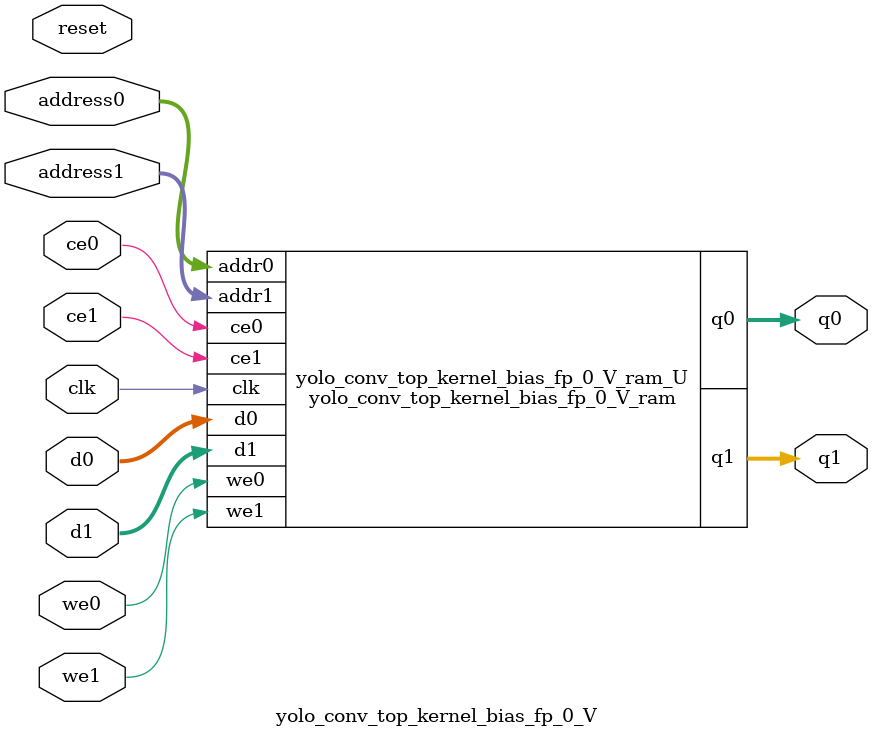
<source format=v>
`timescale 1 ns / 1 ps
module yolo_conv_top_kernel_bias_fp_0_V_ram (addr0, ce0, d0, we0, q0, addr1, ce1, d1, we1, q1,  clk);

parameter DWIDTH = 16;
parameter AWIDTH = 3;
parameter MEM_SIZE = 8;

input[AWIDTH-1:0] addr0;
input ce0;
input[DWIDTH-1:0] d0;
input we0;
output reg[DWIDTH-1:0] q0;
input[AWIDTH-1:0] addr1;
input ce1;
input[DWIDTH-1:0] d1;
input we1;
output reg[DWIDTH-1:0] q1;
input clk;

(* ram_style = "block" *)reg [DWIDTH-1:0] ram[0:MEM_SIZE-1];




always @(posedge clk)  
begin 
    if (ce0) 
    begin
        if (we0) 
        begin 
            ram[addr0] <= d0; 
        end 
        q0 <= ram[addr0];
    end
end


always @(posedge clk)  
begin 
    if (ce1) 
    begin
        if (we1) 
        begin 
            ram[addr1] <= d1; 
        end 
        q1 <= ram[addr1];
    end
end


endmodule

`timescale 1 ns / 1 ps
module yolo_conv_top_kernel_bias_fp_0_V(
    reset,
    clk,
    address0,
    ce0,
    we0,
    d0,
    q0,
    address1,
    ce1,
    we1,
    d1,
    q1);

parameter DataWidth = 32'd16;
parameter AddressRange = 32'd8;
parameter AddressWidth = 32'd3;
input reset;
input clk;
input[AddressWidth - 1:0] address0;
input ce0;
input we0;
input[DataWidth - 1:0] d0;
output[DataWidth - 1:0] q0;
input[AddressWidth - 1:0] address1;
input ce1;
input we1;
input[DataWidth - 1:0] d1;
output[DataWidth - 1:0] q1;



yolo_conv_top_kernel_bias_fp_0_V_ram yolo_conv_top_kernel_bias_fp_0_V_ram_U(
    .clk( clk ),
    .addr0( address0 ),
    .ce0( ce0 ),
    .we0( we0 ),
    .d0( d0 ),
    .q0( q0 ),
    .addr1( address1 ),
    .ce1( ce1 ),
    .we1( we1 ),
    .d1( d1 ),
    .q1( q1 ));

endmodule


</source>
